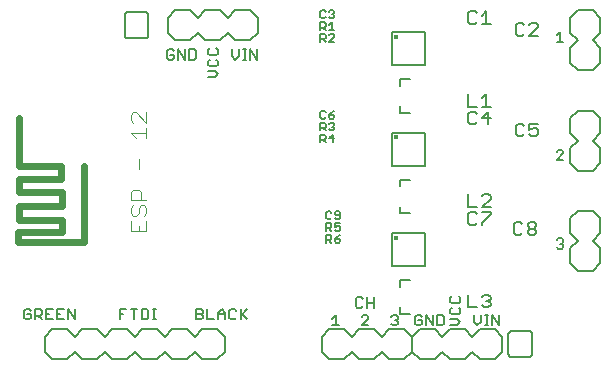
<source format=gto>
G75*
%MOIN*%
%OFA0B0*%
%FSLAX24Y24*%
%IPPOS*%
%LPD*%
%AMOC8*
5,1,8,0,0,1.08239X$1,22.5*
%
%ADD10C,0.0060*%
%ADD11C,0.0240*%
%ADD12C,0.0040*%
%ADD13C,0.0080*%
%ADD14C,0.0157*%
D10*
X000588Y002424D02*
X000645Y002367D01*
X000758Y002367D01*
X000815Y002424D01*
X000815Y002538D01*
X000702Y002538D01*
X000815Y002651D02*
X000758Y002708D01*
X000645Y002708D01*
X000588Y002651D01*
X000588Y002424D01*
X000956Y002367D02*
X000956Y002708D01*
X001127Y002708D01*
X001183Y002651D01*
X001183Y002538D01*
X001127Y002481D01*
X000956Y002481D01*
X001070Y002481D02*
X001183Y002367D01*
X001325Y002367D02*
X001552Y002367D01*
X001693Y002367D02*
X001920Y002367D01*
X002061Y002367D02*
X002061Y002708D01*
X002288Y002367D01*
X002288Y002708D01*
X001920Y002708D02*
X001693Y002708D01*
X001693Y002367D01*
X001693Y002538D02*
X001806Y002538D01*
X001552Y002708D02*
X001325Y002708D01*
X001325Y002367D01*
X001325Y002538D02*
X001438Y002538D01*
X003777Y002538D02*
X003890Y002538D01*
X003777Y002367D02*
X003777Y002708D01*
X004004Y002708D01*
X004145Y002708D02*
X004372Y002708D01*
X004259Y002708D02*
X004259Y002367D01*
X004514Y002367D02*
X004684Y002367D01*
X004741Y002424D01*
X004741Y002651D01*
X004684Y002708D01*
X004514Y002708D01*
X004514Y002367D01*
X004882Y002367D02*
X004995Y002367D01*
X004939Y002367D02*
X004939Y002708D01*
X004995Y002708D02*
X004882Y002708D01*
X006336Y002708D02*
X006336Y002367D01*
X006506Y002367D01*
X006563Y002424D01*
X006563Y002481D01*
X006506Y002538D01*
X006336Y002538D01*
X006336Y002708D02*
X006506Y002708D01*
X006563Y002651D01*
X006563Y002594D01*
X006506Y002538D01*
X006704Y002708D02*
X006704Y002367D01*
X006931Y002367D01*
X007073Y002367D02*
X007073Y002594D01*
X007186Y002708D01*
X007300Y002594D01*
X007300Y002367D01*
X007441Y002424D02*
X007498Y002367D01*
X007611Y002367D01*
X007668Y002424D01*
X007809Y002367D02*
X007809Y002708D01*
X007668Y002651D02*
X007611Y002708D01*
X007498Y002708D01*
X007441Y002651D01*
X007441Y002424D01*
X007300Y002538D02*
X007073Y002538D01*
X007809Y002481D02*
X008036Y002708D01*
X007866Y002538D02*
X008036Y002367D01*
X010864Y002397D02*
X010977Y002511D01*
X010977Y002171D01*
X010864Y002171D02*
X011091Y002171D01*
X011848Y002171D02*
X012075Y002397D01*
X012075Y002454D01*
X012018Y002511D01*
X011905Y002511D01*
X011848Y002454D01*
X011848Y002171D02*
X012075Y002171D01*
X012832Y002227D02*
X012889Y002171D01*
X013002Y002171D01*
X013059Y002227D01*
X013059Y002284D01*
X013002Y002341D01*
X012946Y002341D01*
X013002Y002341D02*
X013059Y002397D01*
X013059Y002454D01*
X013002Y002511D01*
X012889Y002511D01*
X012832Y002454D01*
X013133Y002565D02*
X013133Y002785D01*
X013133Y002565D02*
X013453Y002565D01*
X013620Y002454D02*
X013620Y002227D01*
X013676Y002171D01*
X013790Y002171D01*
X013846Y002227D01*
X013846Y002341D01*
X013733Y002341D01*
X013846Y002454D02*
X013790Y002511D01*
X013676Y002511D01*
X013620Y002454D01*
X013988Y002511D02*
X013988Y002171D01*
X014215Y002171D02*
X014215Y002511D01*
X014356Y002511D02*
X014526Y002511D01*
X014583Y002454D01*
X014583Y002227D01*
X014526Y002171D01*
X014356Y002171D01*
X014356Y002511D01*
X013988Y002511D02*
X014215Y002171D01*
X014794Y002171D02*
X015021Y002171D01*
X015134Y002284D01*
X015021Y002397D01*
X014794Y002397D01*
X014851Y002539D02*
X015078Y002539D01*
X015134Y002596D01*
X015134Y002709D01*
X015078Y002766D01*
X015078Y002907D02*
X014851Y002907D01*
X014794Y002964D01*
X014794Y003077D01*
X014851Y003134D01*
X015078Y003134D02*
X015134Y003077D01*
X015134Y002964D01*
X015078Y002907D01*
X014851Y002766D02*
X014794Y002709D01*
X014794Y002596D01*
X014851Y002539D01*
X015588Y002511D02*
X015588Y002284D01*
X015702Y002171D01*
X015815Y002284D01*
X015815Y002511D01*
X015956Y002511D02*
X016070Y002511D01*
X016013Y002511D02*
X016013Y002171D01*
X015956Y002171D02*
X016070Y002171D01*
X016202Y002171D02*
X016202Y002511D01*
X016429Y002171D01*
X016429Y002511D01*
X016838Y001983D02*
X017428Y001983D01*
X017428Y001984D02*
X017447Y001980D01*
X017464Y001974D01*
X017481Y001964D01*
X017495Y001952D01*
X017507Y001937D01*
X017517Y001921D01*
X017523Y001903D01*
X017527Y001884D01*
X017527Y001865D01*
X017527Y001235D01*
X017527Y001216D01*
X017523Y001197D01*
X017517Y001179D01*
X017508Y001163D01*
X017495Y001148D01*
X017481Y001136D01*
X017464Y001126D01*
X017446Y001120D01*
X017428Y001116D01*
X017428Y001117D02*
X016838Y001117D01*
X016837Y001116D02*
X016818Y001120D01*
X016801Y001126D01*
X016784Y001136D01*
X016770Y001148D01*
X016758Y001163D01*
X016748Y001179D01*
X016742Y001197D01*
X016738Y001216D01*
X016738Y001235D01*
X016739Y001235D02*
X016739Y001865D01*
X016738Y001865D02*
X016738Y001884D01*
X016742Y001903D01*
X016748Y001921D01*
X016758Y001937D01*
X016770Y001952D01*
X016784Y001964D01*
X016801Y001974D01*
X016818Y001980D01*
X016837Y001984D01*
X013453Y003685D02*
X013133Y003685D01*
X013133Y003465D01*
X012246Y003101D02*
X012246Y002761D01*
X012246Y002931D02*
X012019Y002931D01*
X012019Y002761D02*
X012019Y003101D01*
X011878Y003045D02*
X011821Y003101D01*
X011708Y003101D01*
X011651Y003045D01*
X011651Y002818D01*
X011708Y002761D01*
X011821Y002761D01*
X011878Y002818D01*
X011092Y004926D02*
X011135Y004970D01*
X011135Y005013D01*
X011092Y005057D01*
X010961Y005057D01*
X010961Y004970D01*
X011005Y004926D01*
X011092Y004926D01*
X010961Y005057D02*
X011048Y005143D01*
X011135Y005187D01*
X011092Y005320D02*
X011005Y005320D01*
X010961Y005364D01*
X010961Y005450D02*
X011048Y005494D01*
X011092Y005494D01*
X011135Y005450D01*
X011135Y005364D01*
X011092Y005320D01*
X010961Y005450D02*
X010961Y005580D01*
X011135Y005580D01*
X011092Y005714D02*
X011135Y005757D01*
X011135Y005931D01*
X011092Y005974D01*
X011005Y005974D01*
X010961Y005931D01*
X010961Y005887D01*
X011005Y005844D01*
X011135Y005844D01*
X011092Y005714D02*
X011005Y005714D01*
X010961Y005757D01*
X010840Y005757D02*
X010797Y005714D01*
X010710Y005714D01*
X010667Y005757D01*
X010667Y005931D01*
X010710Y005974D01*
X010797Y005974D01*
X010840Y005931D01*
X010797Y005580D02*
X010667Y005580D01*
X010667Y005320D01*
X010667Y005407D02*
X010797Y005407D01*
X010840Y005450D01*
X010840Y005537D01*
X010797Y005580D01*
X010754Y005407D02*
X010840Y005320D01*
X010797Y005187D02*
X010667Y005187D01*
X010667Y004926D01*
X010667Y005013D02*
X010797Y005013D01*
X010840Y005057D01*
X010840Y005143D01*
X010797Y005187D01*
X010754Y005013D02*
X010840Y004926D01*
X013133Y005911D02*
X013133Y006131D01*
X013133Y005911D02*
X013453Y005911D01*
X013133Y006811D02*
X013133Y007031D01*
X013453Y007031D01*
X010938Y008403D02*
X010765Y008403D01*
X010895Y008533D01*
X010895Y008273D01*
X010643Y008273D02*
X010557Y008360D01*
X010600Y008360D02*
X010470Y008360D01*
X010470Y008273D02*
X010470Y008533D01*
X010600Y008533D01*
X010643Y008490D01*
X010643Y008403D01*
X010600Y008360D01*
X010643Y008667D02*
X010557Y008753D01*
X010600Y008753D02*
X010470Y008753D01*
X010470Y008667D02*
X010470Y008927D01*
X010600Y008927D01*
X010643Y008883D01*
X010643Y008797D01*
X010600Y008753D01*
X010765Y008710D02*
X010808Y008667D01*
X010895Y008667D01*
X010938Y008710D01*
X010938Y008753D01*
X010895Y008797D01*
X010851Y008797D01*
X010895Y008797D02*
X010938Y008840D01*
X010938Y008883D01*
X010895Y008927D01*
X010808Y008927D01*
X010765Y008883D01*
X010808Y009060D02*
X010895Y009060D01*
X010938Y009104D01*
X010938Y009147D01*
X010895Y009190D01*
X010765Y009190D01*
X010765Y009104D01*
X010808Y009060D01*
X010765Y009190D02*
X010851Y009277D01*
X010938Y009321D01*
X010643Y009277D02*
X010600Y009321D01*
X010513Y009321D01*
X010470Y009277D01*
X010470Y009104D01*
X010513Y009060D01*
X010600Y009060D01*
X010643Y009104D01*
X013133Y009258D02*
X013133Y009478D01*
X013133Y009258D02*
X013453Y009258D01*
X013133Y010158D02*
X013133Y010378D01*
X013453Y010378D01*
X010938Y011619D02*
X010765Y011619D01*
X010938Y011793D01*
X010938Y011836D01*
X010895Y011880D01*
X010808Y011880D01*
X010765Y011836D01*
X010643Y011836D02*
X010643Y011749D01*
X010600Y011706D01*
X010470Y011706D01*
X010470Y011619D02*
X010470Y011880D01*
X010600Y011880D01*
X010643Y011836D01*
X010557Y011706D02*
X010643Y011619D01*
X010643Y012013D02*
X010557Y012100D01*
X010600Y012100D02*
X010470Y012100D01*
X010470Y012013D02*
X010470Y012273D01*
X010600Y012273D01*
X010643Y012230D01*
X010643Y012143D01*
X010600Y012100D01*
X010765Y012187D02*
X010851Y012273D01*
X010851Y012013D01*
X010765Y012013D02*
X010938Y012013D01*
X010895Y012407D02*
X010808Y012407D01*
X010765Y012450D01*
X010643Y012450D02*
X010600Y012407D01*
X010513Y012407D01*
X010470Y012450D01*
X010470Y012624D01*
X010513Y012667D01*
X010600Y012667D01*
X010643Y012624D01*
X010765Y012624D02*
X010808Y012667D01*
X010895Y012667D01*
X010938Y012624D01*
X010938Y012580D01*
X010895Y012537D01*
X010938Y012494D01*
X010938Y012450D01*
X010895Y012407D01*
X010895Y012537D02*
X010851Y012537D01*
X008358Y011369D02*
X008358Y011029D01*
X008131Y011369D01*
X008131Y011029D01*
X007999Y011029D02*
X007886Y011029D01*
X007942Y011029D02*
X007942Y011369D01*
X007886Y011369D02*
X007999Y011369D01*
X007744Y011369D02*
X007744Y011142D01*
X007631Y011029D01*
X007517Y011142D01*
X007517Y011369D01*
X007064Y011345D02*
X007064Y011232D01*
X007007Y011175D01*
X006780Y011175D01*
X006723Y011232D01*
X006723Y011345D01*
X006780Y011402D01*
X007007Y011402D02*
X007064Y011345D01*
X007007Y011033D02*
X007064Y010977D01*
X007064Y010863D01*
X007007Y010807D01*
X006780Y010807D01*
X006723Y010863D01*
X006723Y010977D01*
X006780Y011033D01*
X006315Y011086D02*
X006315Y011312D01*
X006259Y011369D01*
X006088Y011369D01*
X006088Y011029D01*
X006259Y011029D01*
X006315Y011086D01*
X005947Y011029D02*
X005947Y011369D01*
X005720Y011369D02*
X005947Y011029D01*
X005720Y011029D02*
X005720Y011369D01*
X005579Y011312D02*
X005522Y011369D01*
X005409Y011369D01*
X005352Y011312D01*
X005352Y011086D01*
X005409Y011029D01*
X005522Y011029D01*
X005579Y011086D01*
X005579Y011199D01*
X005465Y011199D01*
X004731Y011865D02*
X004731Y012495D01*
X004732Y012495D02*
X004732Y012514D01*
X004728Y012533D01*
X004722Y012551D01*
X004712Y012567D01*
X004700Y012582D01*
X004686Y012594D01*
X004669Y012604D01*
X004652Y012610D01*
X004633Y012614D01*
X004633Y012613D02*
X004042Y012613D01*
X004042Y012614D02*
X004024Y012610D01*
X004006Y012604D01*
X003989Y012594D01*
X003975Y012582D01*
X003962Y012567D01*
X003953Y012551D01*
X003947Y012533D01*
X003943Y012514D01*
X003943Y012495D01*
X003944Y012495D02*
X003944Y011865D01*
X003943Y011865D02*
X003943Y011846D01*
X003947Y011827D01*
X003953Y011809D01*
X003963Y011793D01*
X003975Y011778D01*
X003989Y011766D01*
X004006Y011756D01*
X004023Y011750D01*
X004042Y011746D01*
X004042Y011747D02*
X004633Y011747D01*
X004633Y011746D02*
X004652Y011750D01*
X004669Y011756D01*
X004686Y011766D01*
X004700Y011778D01*
X004712Y011793D01*
X004722Y011809D01*
X004728Y011827D01*
X004732Y011846D01*
X004732Y011865D01*
X006723Y010665D02*
X006950Y010665D01*
X007064Y010552D01*
X006950Y010438D01*
X006723Y010438D01*
X018344Y011619D02*
X018571Y011619D01*
X018457Y011619D02*
X018457Y011960D01*
X018344Y011846D01*
X018401Y008023D02*
X018344Y007966D01*
X018401Y008023D02*
X018514Y008023D01*
X018571Y007966D01*
X018571Y007909D01*
X018344Y007682D01*
X018571Y007682D01*
X018514Y005070D02*
X018571Y005013D01*
X018571Y004956D01*
X018514Y004900D01*
X018571Y004843D01*
X018571Y004786D01*
X018514Y004730D01*
X018401Y004730D01*
X018344Y004786D01*
X018457Y004900D02*
X018514Y004900D01*
X018514Y005070D02*
X018401Y005070D01*
X018344Y005013D01*
D11*
X002605Y004936D02*
X002605Y007495D01*
X001818Y007495D02*
X000440Y007495D01*
X000440Y009070D01*
X001818Y007495D02*
X001818Y007062D01*
X000440Y007062D01*
X000440Y006629D01*
X001857Y006629D01*
X001857Y006156D01*
X000440Y006156D01*
X000440Y005684D01*
X001857Y005684D01*
X001857Y005290D01*
X000401Y005290D01*
X000401Y004936D01*
X002330Y004936D01*
X002369Y004936D02*
X002605Y004936D01*
D12*
X004151Y005310D02*
X004672Y005310D01*
X004672Y005657D01*
X004585Y005826D02*
X004672Y005913D01*
X004672Y006086D01*
X004585Y006173D01*
X004498Y006173D01*
X004412Y006086D01*
X004412Y005913D01*
X004325Y005826D01*
X004238Y005826D01*
X004151Y005913D01*
X004151Y006086D01*
X004238Y006173D01*
X004151Y006341D02*
X004151Y006602D01*
X004238Y006688D01*
X004412Y006688D01*
X004498Y006602D01*
X004498Y006341D01*
X004672Y006341D02*
X004151Y006341D01*
X004151Y005657D02*
X004151Y005310D01*
X004412Y005310D02*
X004412Y005484D01*
X004412Y007373D02*
X004412Y007720D01*
X004325Y008404D02*
X004151Y008577D01*
X004672Y008577D01*
X004672Y008404D02*
X004672Y008751D01*
X004672Y008920D02*
X004325Y009267D01*
X004238Y009267D01*
X004151Y009180D01*
X004151Y009006D01*
X004238Y008920D01*
X004672Y008920D02*
X004672Y009267D01*
D13*
X001279Y001300D02*
X001529Y001050D01*
X002029Y001050D01*
X002279Y001300D01*
X002529Y001050D01*
X003029Y001050D01*
X003279Y001300D01*
X003529Y001050D01*
X004029Y001050D01*
X004279Y001300D01*
X004529Y001050D01*
X005029Y001050D01*
X005279Y001300D01*
X005529Y001050D01*
X006029Y001050D01*
X006279Y001300D01*
X006529Y001050D01*
X007029Y001050D01*
X007279Y001300D01*
X007279Y001800D01*
X007029Y002050D01*
X006529Y002050D01*
X006279Y001800D01*
X006029Y002050D01*
X005529Y002050D01*
X005279Y001800D01*
X005029Y002050D01*
X004529Y002050D01*
X004279Y001800D01*
X004029Y002050D01*
X003529Y002050D01*
X003279Y001800D01*
X003029Y002050D01*
X002529Y002050D01*
X002279Y001800D01*
X002029Y002050D01*
X001529Y002050D01*
X001279Y001800D01*
X001279Y001300D01*
X010523Y001300D02*
X010523Y001800D01*
X010773Y002050D01*
X011273Y002050D01*
X011523Y001800D01*
X011773Y002050D01*
X012273Y002050D01*
X012523Y001800D01*
X012773Y002050D01*
X013273Y002050D01*
X013523Y001800D01*
X013523Y001300D01*
X013273Y001050D01*
X012773Y001050D01*
X012523Y001300D01*
X012273Y001050D01*
X011773Y001050D01*
X011523Y001300D01*
X011273Y001050D01*
X010773Y001050D01*
X010523Y001300D01*
X013531Y001300D02*
X013781Y001050D01*
X014281Y001050D01*
X014531Y001300D01*
X014781Y001050D01*
X015281Y001050D01*
X015531Y001300D01*
X015781Y001050D01*
X016281Y001050D01*
X016531Y001300D01*
X016531Y001800D01*
X016281Y002050D01*
X015781Y002050D01*
X015531Y001800D01*
X015281Y002050D01*
X014781Y002050D01*
X014531Y001800D01*
X014281Y002050D01*
X013781Y002050D01*
X013531Y001800D01*
X013531Y001300D01*
X015401Y002771D02*
X015681Y002771D01*
X015862Y002841D02*
X015932Y002771D01*
X016072Y002771D01*
X016142Y002841D01*
X016142Y002911D01*
X016072Y002981D01*
X016002Y002981D01*
X016072Y002981D02*
X016142Y003051D01*
X016142Y003121D01*
X016072Y003191D01*
X015932Y003191D01*
X015862Y003121D01*
X015401Y003191D02*
X015401Y002771D01*
X013944Y004148D02*
X012842Y004148D01*
X012842Y005251D01*
X013944Y005251D01*
X013944Y004148D01*
X015401Y005597D02*
X015471Y005527D01*
X015611Y005527D01*
X015681Y005597D01*
X015862Y005597D02*
X015862Y005527D01*
X015862Y005597D02*
X016142Y005877D01*
X016142Y005947D01*
X015862Y005947D01*
X015862Y006118D02*
X016142Y006398D01*
X016142Y006468D01*
X016072Y006538D01*
X015932Y006538D01*
X015862Y006468D01*
X015401Y006538D02*
X015401Y006118D01*
X015681Y006118D01*
X015862Y006118D02*
X016142Y006118D01*
X015681Y005877D02*
X015611Y005947D01*
X015471Y005947D01*
X015401Y005877D01*
X015401Y005597D01*
X016923Y005537D02*
X016923Y005257D01*
X016993Y005186D01*
X017133Y005186D01*
X017203Y005257D01*
X017383Y005257D02*
X017453Y005186D01*
X017593Y005186D01*
X017664Y005257D01*
X017664Y005327D01*
X017593Y005397D01*
X017453Y005397D01*
X017383Y005467D01*
X017383Y005537D01*
X017453Y005607D01*
X017593Y005607D01*
X017664Y005537D01*
X017664Y005467D01*
X017593Y005397D01*
X017453Y005397D02*
X017383Y005327D01*
X017383Y005257D01*
X017203Y005537D02*
X017133Y005607D01*
X016993Y005607D01*
X016923Y005537D01*
X018798Y005737D02*
X018798Y005237D01*
X019048Y004987D01*
X018798Y004737D01*
X018798Y004237D01*
X019048Y003987D01*
X019548Y003987D01*
X019798Y004237D01*
X019798Y004737D01*
X019548Y004987D01*
X019798Y005237D01*
X019798Y005737D01*
X019548Y005987D01*
X019048Y005987D01*
X018798Y005737D01*
X019048Y007333D02*
X019548Y007333D01*
X019798Y007583D01*
X019798Y008083D01*
X019548Y008333D01*
X019798Y008583D01*
X019798Y009083D01*
X019548Y009333D01*
X019048Y009333D01*
X018798Y009083D01*
X018798Y008583D01*
X019048Y008333D01*
X018798Y008083D01*
X018798Y007583D01*
X019048Y007333D01*
X017717Y008550D02*
X017647Y008480D01*
X017506Y008480D01*
X017436Y008550D01*
X017436Y008690D02*
X017577Y008760D01*
X017647Y008760D01*
X017717Y008690D01*
X017717Y008550D01*
X017436Y008690D02*
X017436Y008900D01*
X017717Y008900D01*
X017256Y008830D02*
X017186Y008900D01*
X017046Y008900D01*
X016976Y008830D01*
X016976Y008550D01*
X017046Y008480D01*
X017186Y008480D01*
X017256Y008550D01*
X016072Y008873D02*
X016072Y009294D01*
X015862Y009084D01*
X016142Y009084D01*
X015681Y009224D02*
X015611Y009294D01*
X015471Y009294D01*
X015401Y009224D01*
X015401Y008944D01*
X015471Y008873D01*
X015611Y008873D01*
X015681Y008944D01*
X015681Y009464D02*
X015401Y009464D01*
X015401Y009884D01*
X015862Y009744D02*
X016002Y009884D01*
X016002Y009464D01*
X015862Y009464D02*
X016142Y009464D01*
X013944Y008597D02*
X012842Y008597D01*
X012842Y007495D01*
X013944Y007495D01*
X013944Y008597D01*
X013944Y010841D02*
X012842Y010841D01*
X012842Y011944D01*
X013944Y011944D01*
X013944Y010841D01*
X015401Y012290D02*
X015471Y012220D01*
X015611Y012220D01*
X015681Y012290D01*
X015862Y012220D02*
X016142Y012220D01*
X016002Y012220D02*
X016002Y012640D01*
X015862Y012500D01*
X015681Y012570D02*
X015611Y012640D01*
X015471Y012640D01*
X015401Y012570D01*
X015401Y012290D01*
X016976Y012177D02*
X016976Y011896D01*
X017046Y011826D01*
X017186Y011826D01*
X017256Y011896D01*
X017436Y011826D02*
X017717Y012106D01*
X017717Y012177D01*
X017647Y012247D01*
X017506Y012247D01*
X017436Y012177D01*
X017256Y012177D02*
X017186Y012247D01*
X017046Y012247D01*
X016976Y012177D01*
X017436Y011826D02*
X017717Y011826D01*
X018798Y011930D02*
X018798Y012430D01*
X019048Y012680D01*
X019548Y012680D01*
X019798Y012430D01*
X019798Y011930D01*
X019548Y011680D01*
X019798Y011430D01*
X019798Y010930D01*
X019548Y010680D01*
X019048Y010680D01*
X018798Y010930D01*
X018798Y011430D01*
X019048Y011680D01*
X018798Y011930D01*
X008381Y011930D02*
X008131Y011680D01*
X007631Y011680D01*
X007381Y011930D01*
X007131Y011680D01*
X006631Y011680D01*
X006381Y011930D01*
X006131Y011680D01*
X005631Y011680D01*
X005381Y011930D01*
X005381Y012430D01*
X005631Y012680D01*
X006131Y012680D01*
X006381Y012430D01*
X006631Y012680D01*
X007131Y012680D01*
X007381Y012430D01*
X007631Y012680D01*
X008131Y012680D01*
X008381Y012430D01*
X008381Y011930D01*
D14*
X012999Y011786D03*
X012999Y008440D03*
X012999Y005093D03*
M02*

</source>
